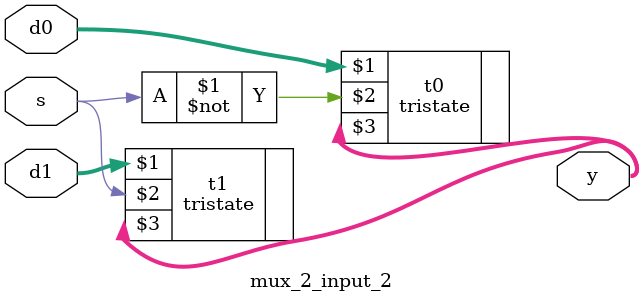
<source format=sv>
/*
	mux_2
	module name:
	1) mux_2_input
	2) mux_2_input_2
*/
module mux_2_input
(
	input logic [3:0] d0, d1,
	input logic s,
	output logic [3:0] y
);
	assign y =s ? d1 : d0;
endmodule

/*
?: is especially useful for describing a multiplexer
because, based on the first input, it selects between 
two others.

?: is also called a ternary operator, because it takes three
inputs. It is used for the same purpose in the C and Java 
programming languages.

*/

module mux_2_input_2
(
	input logic [3:0] d0, d1,
	input logic s,
	output tri [3:0] y
);
	tristate t0(d0, ~s, y);
	tristate t1(d1, s, y);
endmodule

/*
In SystemVerilog, expressions such as ~s are permitted in the
port list for an instance. Arbitrarily complicated expressions
are legal but discouraged because they make the code difficult
to read.

*/
</source>
